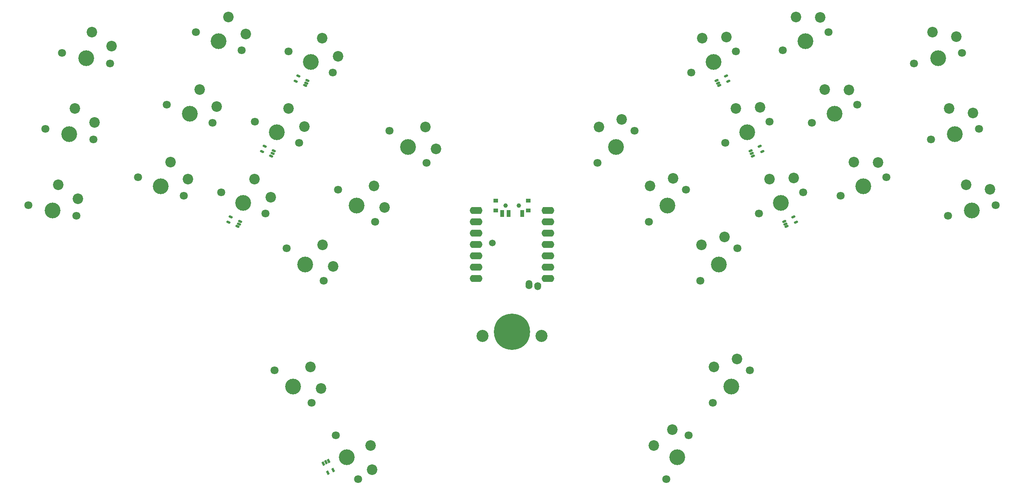
<source format=gbr>
%TF.GenerationSoftware,KiCad,Pcbnew,8.0.7*%
%TF.CreationDate,2025-01-10T10:44:29-08:00*%
%TF.ProjectId,sessile,73657373-696c-4652-9e6b-696361645f70,0.1*%
%TF.SameCoordinates,Original*%
%TF.FileFunction,Soldermask,Top*%
%TF.FilePolarity,Negative*%
%FSLAX46Y46*%
G04 Gerber Fmt 4.6, Leading zero omitted, Abs format (unit mm)*
G04 Created by KiCad (PCBNEW 8.0.7) date 2025-01-10 10:44:29*
%MOMM*%
%LPD*%
G01*
G04 APERTURE LIST*
G04 Aperture macros list*
%AMRoundRect*
0 Rectangle with rounded corners*
0 $1 Rounding radius*
0 $2 $3 $4 $5 $6 $7 $8 $9 X,Y pos of 4 corners*
0 Add a 4 corners polygon primitive as box body*
4,1,4,$2,$3,$4,$5,$6,$7,$8,$9,$2,$3,0*
0 Add four circle primitives for the rounded corners*
1,1,$1+$1,$2,$3*
1,1,$1+$1,$4,$5*
1,1,$1+$1,$6,$7*
1,1,$1+$1,$8,$9*
0 Add four rect primitives between the rounded corners*
20,1,$1+$1,$2,$3,$4,$5,0*
20,1,$1+$1,$4,$5,$6,$7,0*
20,1,$1+$1,$6,$7,$8,$9,0*
20,1,$1+$1,$8,$9,$2,$3,0*%
G04 Aperture macros list end*
%ADD10C,2.362000*%
%ADD11RoundRect,0.050000X-0.447144X0.007915X-0.274618X-0.352966X0.447144X-0.007915X0.274618X0.352966X0*%
%ADD12C,1.801800*%
%ADD13C,3.529000*%
%ADD14C,2.132000*%
%ADD15RoundRect,0.050000X0.274618X-0.352966X0.447144X0.007915X-0.274618X0.352966X-0.447144X-0.007915X0*%
%ADD16RoundRect,0.050000X-0.002372X0.447207X-0.359189X0.266426X0.002372X-0.447207X0.359189X-0.266426X0*%
%ADD17C,2.700000*%
%ADD18C,8.100000*%
%ADD19C,1.500000*%
%ADD20O,2.850000X1.600000*%
%ADD21C,1.576200*%
%ADD22C,1.497000*%
%ADD23RoundRect,0.050000X0.500000X0.400000X-0.500000X0.400000X-0.500000X-0.400000X0.500000X-0.400000X0*%
%ADD24C,1.000000*%
%ADD25RoundRect,0.050000X0.350000X0.750000X-0.350000X0.750000X-0.350000X-0.750000X0.350000X-0.750000X0*%
%ADD26RoundRect,0.050000X-0.700000X-0.700000X0.700000X-0.700000X0.700000X0.700000X-0.700000X0.700000X0*%
G04 APERTURE END LIST*
D10*
%TO.C,J27*%
X198426039Y-100500293D03*
%TD*%
%TO.C,J48*%
X254442631Y-92176577D03*
%TD*%
D11*
%TO.C,D7*%
X232377838Y-105824256D03*
X232658192Y-106410687D03*
X232938546Y-106997119D03*
X235013610Y-106005096D03*
X234452902Y-104832233D03*
%TD*%
D12*
%TO.C,S21*%
X219158436Y-88258026D03*
D13*
X224120545Y-85885797D03*
D12*
X229082654Y-83513568D03*
D14*
X226992559Y-80300859D03*
X221575790Y-80562807D03*
%TD*%
D10*
%TO.C,J7*%
X102543898Y-108333751D03*
%TD*%
%TO.C,J32*%
X81789317Y-116575931D03*
%TD*%
%TO.C,J4*%
X77359683Y-113447298D03*
%TD*%
D12*
%TO.C,S28*%
X213522943Y-179402644D03*
D13*
X216008680Y-174496412D03*
D12*
X218494417Y-169590180D03*
D14*
X214878680Y-168318783D03*
X210745631Y-171829894D03*
%TD*%
D15*
%TO.C,D3*%
X117551522Y-122785649D03*
X117831876Y-122199217D03*
X118112230Y-121612786D03*
X116037166Y-120620763D03*
X115476458Y-121793626D03*
%TD*%
D12*
%TO.C,S24*%
X198164316Y-108562024D03*
D13*
X202306958Y-104944218D03*
D12*
X206449600Y-101326412D03*
D14*
X203573421Y-98793115D03*
X198426039Y-100500293D03*
%TD*%
D12*
%TO.C,S6*%
X108198881Y-79263472D03*
D13*
X113308720Y-81298060D03*
D12*
X118418559Y-83332648D03*
D14*
X119359743Y-79617252D03*
X115491278Y-75816597D03*
%TD*%
D11*
%TO.C,D6*%
X239925838Y-121612786D03*
X240206192Y-122199217D03*
X240486546Y-122785649D03*
X242561610Y-121793626D03*
X242000902Y-120620763D03*
%TD*%
D12*
%TO.C,S11*%
X140077268Y-114507545D03*
D13*
X144219910Y-118125351D03*
D12*
X148362552Y-121743157D03*
D14*
X150485523Y-118552076D03*
X148100829Y-113681426D03*
%TD*%
D10*
%TO.C,J9*%
X115491278Y-75816596D03*
%TD*%
D12*
%TO.C,S26*%
X139543651Y-169590180D03*
D13*
X142029388Y-174496412D03*
D12*
X144515125Y-179402644D03*
D14*
X147678909Y-177239205D03*
X147292437Y-171829894D03*
%TD*%
D10*
%TO.C,J12*%
X136462278Y-80562807D03*
%TD*%
D12*
%TO.C,S7*%
X113859413Y-115090629D03*
D13*
X118821522Y-117462858D03*
D12*
X123783631Y-119835087D03*
D14*
X124971525Y-116191063D03*
X121366277Y-112139868D03*
%TD*%
D12*
%TO.C,S10*%
X128566068Y-127688678D03*
D13*
X132708710Y-131306484D03*
D12*
X136851352Y-134924290D03*
D14*
X138974323Y-131733209D03*
X136589629Y-126862559D03*
%TD*%
D12*
%TO.C,S5*%
X101725191Y-95522049D03*
D13*
X106835030Y-97556637D03*
D12*
X111944869Y-99591225D03*
D14*
X112886053Y-95875829D03*
X109017588Y-92075174D03*
%TD*%
D16*
%TO.C,D9*%
X137896872Y-175300970D03*
X137317045Y-175594738D03*
X136737219Y-175888507D03*
X137776708Y-177940204D03*
X138936361Y-177352667D03*
%TD*%
D12*
%TO.C,S1*%
X70716972Y-118022710D03*
D13*
X76087616Y-119208535D03*
D12*
X81458260Y-120394360D03*
D14*
X81789317Y-116575931D03*
X77359683Y-113447299D03*
%TD*%
D10*
%TO.C,J10*%
X121366276Y-112139867D03*
%TD*%
D12*
%TO.C,S9*%
X128955414Y-83513568D03*
D13*
X133917523Y-85885797D03*
D12*
X138879632Y-88258026D03*
D14*
X140067526Y-84614002D03*
X136462278Y-80562807D03*
%TD*%
D17*
%TO.C,BAT1*%
X185629034Y-147269218D03*
X172409034Y-147269218D03*
D18*
X179019034Y-146379218D03*
%TD*%
D10*
%TO.C,J34*%
X89335478Y-82399105D03*
%TD*%
%TO.C,J16*%
X280678386Y-113447298D03*
%TD*%
%TO.C,J54*%
X215084621Y-111974248D03*
%TD*%
D11*
%TO.C,D8*%
X224829837Y-90035726D03*
X225110191Y-90622157D03*
X225390545Y-91208589D03*
X227465609Y-90216566D03*
X226904901Y-89043703D03*
%TD*%
D19*
%TO.C,J1*%
X174574034Y-126502218D03*
%TD*%
D12*
%TO.C,S2*%
X74490052Y-100934297D03*
D13*
X79860696Y-102120122D03*
D12*
X85231340Y-103305947D03*
D14*
X85562397Y-99487518D03*
X81132763Y-96358886D03*
%TD*%
D10*
%TO.C,J59*%
X214878681Y-168318783D03*
%TD*%
%TO.C,J24*%
X221575791Y-80562807D03*
%TD*%
%TO.C,J28*%
X133853890Y-154212891D03*
%TD*%
D20*
%TO.C,MCU1*%
X187064034Y-119199218D03*
X187064034Y-121739218D03*
X187064034Y-124279218D03*
X187064034Y-126819218D03*
X187064034Y-129359218D03*
X187064034Y-131899218D03*
X187064034Y-134439218D03*
D21*
X182829034Y-136026718D03*
X184734034Y-136026718D03*
D20*
X170974034Y-134439218D03*
X170974034Y-131899218D03*
X170974034Y-129359218D03*
X170974034Y-126819218D03*
X170974034Y-124279218D03*
X170974034Y-121739218D03*
X170974034Y-119199218D03*
D22*
X174574034Y-126502218D03*
%TD*%
D10*
%TO.C,J46*%
X278467398Y-80243059D03*
%TD*%
%TO.C,J51*%
X234540560Y-96089389D03*
%TD*%
%TO.C,J41*%
X138974323Y-131733209D03*
%TD*%
%TO.C,J35*%
X106412363Y-112134406D03*
%TD*%
D12*
%TO.C,S14*%
X272806728Y-103305947D03*
D13*
X278177372Y-102120122D03*
D12*
X283548016Y-100934297D03*
D14*
X282240478Y-97331472D03*
X276905305Y-96358886D03*
%TD*%
D10*
%TO.C,J38*%
X124971525Y-116191063D03*
%TD*%
%TO.C,J40*%
X140067526Y-84614003D03*
%TD*%
%TO.C,J55*%
X203573421Y-98793115D03*
%TD*%
%TO.C,J14*%
X148100829Y-113681426D03*
%TD*%
D15*
%TO.C,D5*%
X132647524Y-91208589D03*
X132927878Y-90622157D03*
X133208232Y-90035726D03*
X131133168Y-89043703D03*
X130572460Y-90216566D03*
%TD*%
D10*
%TO.C,J42*%
X150485523Y-118552076D03*
%TD*%
D12*
%TO.C,S13*%
X276579809Y-120394360D03*
D13*
X281950453Y-119208535D03*
D12*
X287321097Y-118022710D03*
D14*
X286013559Y-114419885D03*
X280678386Y-113447299D03*
%TD*%
D10*
%TO.C,J45*%
X282240479Y-97331472D03*
%TD*%
%TO.C,J17*%
X276905305Y-96358885D03*
%TD*%
%TO.C,J15*%
X159612029Y-100500293D03*
%TD*%
%TO.C,J47*%
X260916321Y-108435155D03*
%TD*%
%TO.C,J58*%
X229331560Y-152505712D03*
%TD*%
D12*
%TO.C,S15*%
X269033648Y-86217533D03*
D13*
X274404292Y-85031708D03*
D12*
X279774936Y-83845883D03*
D14*
X278467398Y-80243058D03*
X273132225Y-79270472D03*
%TD*%
D12*
%TO.C,S18*%
X239619510Y-83332648D03*
D13*
X244729349Y-81298060D03*
D12*
X249839188Y-79263472D03*
D14*
X247968941Y-75918000D03*
X242546791Y-75816597D03*
%TD*%
D10*
%TO.C,J44*%
X286013559Y-114419885D03*
%TD*%
%TO.C,J56*%
X136238584Y-159083541D03*
%TD*%
D23*
%TO.C,SW1*%
X175369034Y-119204218D03*
X182669034Y-119204218D03*
D24*
X177519034Y-118094218D03*
X180519034Y-118094218D03*
D23*
X175369034Y-116994218D03*
X182669034Y-116994218D03*
D25*
X181269034Y-119854218D03*
X178269034Y-119854218D03*
X176769034Y-119854218D03*
%TD*%
D10*
%TO.C,J20*%
X249020480Y-92075174D03*
%TD*%
%TO.C,J23*%
X229123791Y-96351337D03*
%TD*%
D12*
%TO.C,S22*%
X221186716Y-134924290D03*
D13*
X225329358Y-131306484D03*
D12*
X229472000Y-127688678D03*
D14*
X226595821Y-125155381D03*
X221448439Y-126862559D03*
%TD*%
D10*
%TO.C,J30*%
X224184178Y-154212891D03*
%TD*%
D12*
%TO.C,S17*%
X246093200Y-99591225D03*
D13*
X251203039Y-97556637D03*
D12*
X256312878Y-95522049D03*
D14*
X254442631Y-92176577D03*
X249020481Y-92075174D03*
%TD*%
D10*
%TO.C,J19*%
X255494170Y-108333751D03*
%TD*%
D12*
%TO.C,S12*%
X151588468Y-101326412D03*
D13*
X155731110Y-104944218D03*
D12*
X159873752Y-108562024D03*
D14*
X161996723Y-105370943D03*
X159612029Y-100500293D03*
%TD*%
D10*
%TO.C,J37*%
X119359743Y-79617251D03*
%TD*%
%TO.C,J29*%
X147292437Y-171829894D03*
%TD*%
%TO.C,J50*%
X242088561Y-111877919D03*
%TD*%
%TO.C,J22*%
X236671792Y-112139867D03*
%TD*%
%TO.C,J57*%
X147678909Y-177239205D03*
%TD*%
%TO.C,J26*%
X209937239Y-113681426D03*
%TD*%
D12*
%TO.C,S16*%
X252566889Y-115849802D03*
D13*
X257676728Y-113815214D03*
D12*
X262786567Y-111780626D03*
D14*
X260916320Y-108435154D03*
X255494170Y-108333751D03*
%TD*%
D10*
%TO.C,J18*%
X273132225Y-79270472D03*
%TD*%
%TO.C,J8*%
X109017588Y-92075174D03*
%TD*%
%TO.C,J13*%
X136589629Y-126862559D03*
%TD*%
D12*
%TO.C,S4*%
X95251501Y-111780626D03*
D13*
X100361340Y-113815214D03*
D12*
X105471179Y-115849802D03*
D14*
X106412363Y-112134406D03*
X102543898Y-108333751D03*
%TD*%
D12*
%TO.C,S19*%
X234254438Y-119835087D03*
D13*
X239216547Y-117462858D03*
D12*
X244178656Y-115090629D03*
D14*
X242088561Y-111877920D03*
X236671792Y-112139868D03*
%TD*%
D10*
%TO.C,J6*%
X84905844Y-79270472D03*
%TD*%
%TO.C,J33*%
X85562397Y-99487518D03*
%TD*%
%TO.C,J36*%
X112886053Y-95875829D03*
%TD*%
%TO.C,J39*%
X132519525Y-100402533D03*
%TD*%
%TO.C,J11*%
X128914277Y-96351337D03*
%TD*%
%TO.C,J53*%
X226595821Y-125155381D03*
%TD*%
D12*
%TO.C,S23*%
X209675516Y-121743157D03*
D13*
X213818158Y-118125351D03*
D12*
X217960800Y-114507545D03*
D14*
X215084621Y-111974248D03*
X209937239Y-113681426D03*
%TD*%
D10*
%TO.C,J52*%
X226992559Y-80300859D03*
%TD*%
D12*
%TO.C,S27*%
X223922455Y-162274622D03*
D13*
X228065097Y-158656816D03*
D12*
X232207739Y-155039010D03*
D14*
X229331560Y-152505713D03*
X224184178Y-154212891D03*
%TD*%
D26*
%TO.C,J61*%
X186639034Y-119199218D03*
D19*
X186639034Y-121739218D03*
X186639034Y-124279218D03*
X186639034Y-126819218D03*
X186639034Y-129359218D03*
X186639034Y-131899218D03*
X186639034Y-134439218D03*
%TD*%
D10*
%TO.C,J31*%
X210745632Y-171829894D03*
%TD*%
%TO.C,J5*%
X81132763Y-96358885D03*
%TD*%
D12*
%TO.C,S20*%
X226706437Y-104046557D03*
D13*
X231668546Y-101674328D03*
D12*
X236630655Y-99302099D03*
D14*
X234540560Y-96089390D03*
X229123791Y-96351338D03*
%TD*%
D19*
%TO.C,J3*%
X184734034Y-136319218D03*
%TD*%
D10*
%TO.C,J49*%
X247968941Y-75918000D03*
%TD*%
D15*
%TO.C,D4*%
X125099523Y-106997119D03*
X125379877Y-106410687D03*
X125660231Y-105824256D03*
X123585167Y-104832233D03*
X123024459Y-106005096D03*
%TD*%
D26*
%TO.C,J60*%
X171399034Y-119199218D03*
D19*
X171399034Y-121739218D03*
X171399034Y-124279218D03*
X171399034Y-126819218D03*
X171399034Y-129359218D03*
X171399034Y-131899218D03*
X171399034Y-134439218D03*
%TD*%
D10*
%TO.C,J25*%
X221448439Y-126862559D03*
%TD*%
D12*
%TO.C,S3*%
X78263133Y-83845883D03*
D13*
X83633777Y-85031708D03*
D12*
X89004421Y-86217533D03*
D14*
X89335478Y-82399104D03*
X84905844Y-79270472D03*
%TD*%
D12*
%TO.C,S8*%
X121407413Y-99302099D03*
D13*
X126369522Y-101674328D03*
D12*
X131331631Y-104046557D03*
D14*
X132519525Y-100402533D03*
X128914277Y-96351338D03*
%TD*%
D10*
%TO.C,J43*%
X161996723Y-105370943D03*
%TD*%
%TO.C,J21*%
X242546790Y-75816596D03*
%TD*%
D19*
%TO.C,J2*%
X182829034Y-135519218D03*
%TD*%
D12*
%TO.C,S25*%
X125830329Y-155039010D03*
D13*
X129972971Y-158656816D03*
D12*
X134115613Y-162274622D03*
D14*
X136238584Y-159083541D03*
X133853890Y-154212891D03*
%TD*%
M02*

</source>
